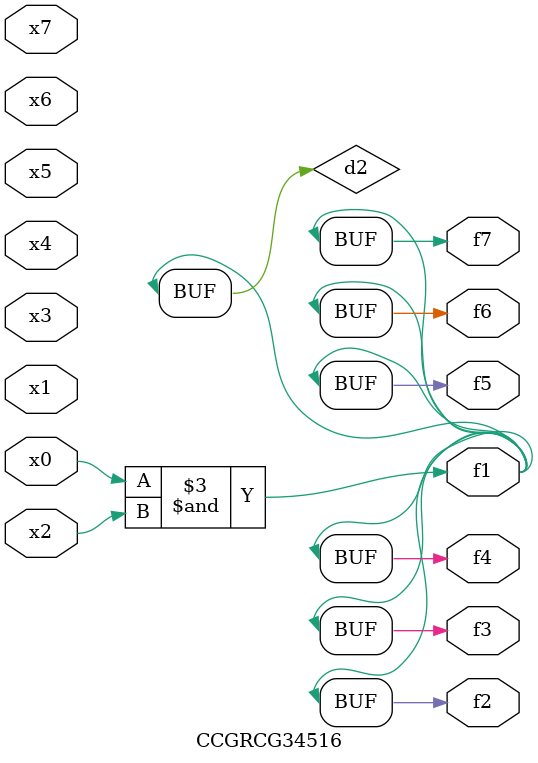
<source format=v>
module CCGRCG34516(
	input x0, x1, x2, x3, x4, x5, x6, x7,
	output f1, f2, f3, f4, f5, f6, f7
);

	wire d1, d2;

	nor (d1, x3, x6);
	and (d2, x0, x2);
	assign f1 = d2;
	assign f2 = d2;
	assign f3 = d2;
	assign f4 = d2;
	assign f5 = d2;
	assign f6 = d2;
	assign f7 = d2;
endmodule

</source>
